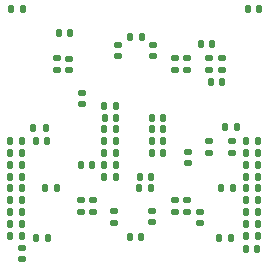
<source format=gbr>
%TF.GenerationSoftware,KiCad,Pcbnew,6.0.10-86aedd382b~118~ubuntu20.04.1*%
%TF.CreationDate,2023-03-05T00:00:34-08:00*%
%TF.ProjectId,ep2c35_trial,65703263-3335-45f7-9472-69616c2e6b69,rev?*%
%TF.SameCoordinates,Original*%
%TF.FileFunction,Paste,Bot*%
%TF.FilePolarity,Positive*%
%FSLAX46Y46*%
G04 Gerber Fmt 4.6, Leading zero omitted, Abs format (unit mm)*
G04 Created by KiCad (PCBNEW 6.0.10-86aedd382b~118~ubuntu20.04.1) date 2023-03-05 00:00:34*
%MOMM*%
%LPD*%
G01*
G04 APERTURE LIST*
G04 Aperture macros list*
%AMRoundRect*
0 Rectangle with rounded corners*
0 $1 Rounding radius*
0 $2 $3 $4 $5 $6 $7 $8 $9 X,Y pos of 4 corners*
0 Add a 4 corners polygon primitive as box body*
4,1,4,$2,$3,$4,$5,$6,$7,$8,$9,$2,$3,0*
0 Add four circle primitives for the rounded corners*
1,1,$1+$1,$2,$3*
1,1,$1+$1,$4,$5*
1,1,$1+$1,$6,$7*
1,1,$1+$1,$8,$9*
0 Add four rect primitives between the rounded corners*
20,1,$1+$1,$2,$3,$4,$5,0*
20,1,$1+$1,$4,$5,$6,$7,0*
20,1,$1+$1,$6,$7,$8,$9,0*
20,1,$1+$1,$8,$9,$2,$3,0*%
G04 Aperture macros list end*
%ADD10RoundRect,0.140000X-0.140000X-0.170000X0.140000X-0.170000X0.140000X0.170000X-0.140000X0.170000X0*%
%ADD11RoundRect,0.135000X0.135000X0.185000X-0.135000X0.185000X-0.135000X-0.185000X0.135000X-0.185000X0*%
%ADD12RoundRect,0.135000X-0.135000X-0.185000X0.135000X-0.185000X0.135000X0.185000X-0.135000X0.185000X0*%
%ADD13RoundRect,0.140000X0.170000X-0.140000X0.170000X0.140000X-0.170000X0.140000X-0.170000X-0.140000X0*%
%ADD14RoundRect,0.140000X0.140000X0.170000X-0.140000X0.170000X-0.140000X-0.170000X0.140000X-0.170000X0*%
%ADD15RoundRect,0.140000X-0.170000X0.140000X-0.170000X-0.140000X0.170000X-0.140000X0.170000X0.140000X0*%
%ADD16RoundRect,0.135000X-0.185000X0.135000X-0.185000X-0.135000X0.185000X-0.135000X0.185000X0.135000X0*%
G04 APERTURE END LIST*
D10*
%TO.C,C67*%
X154150000Y-70850000D03*
X155110000Y-70850000D03*
%TD*%
D11*
%TO.C,R24*%
X135020000Y-87000000D03*
X134000000Y-87000000D03*
%TD*%
%TO.C,R23*%
X135020000Y-88000000D03*
X134000000Y-88000000D03*
%TD*%
%TO.C,R30*%
X135000000Y-82000000D03*
X133980000Y-82000000D03*
%TD*%
D12*
%TO.C,R14*%
X153980000Y-86000000D03*
X155000000Y-86000000D03*
%TD*%
D13*
%TO.C,C70*%
X140150000Y-78850000D03*
X140150000Y-77890000D03*
%TD*%
D12*
%TO.C,R12*%
X153980000Y-84000000D03*
X155000000Y-84000000D03*
%TD*%
D14*
%TO.C,C46*%
X147000000Y-82000000D03*
X146040000Y-82000000D03*
%TD*%
D15*
%TO.C,C58*%
X146050000Y-87920000D03*
X146050000Y-88880000D03*
%TD*%
D14*
%TO.C,C68*%
X153200000Y-80800000D03*
X152240000Y-80800000D03*
%TD*%
D11*
%TO.C,R26*%
X135020000Y-85000000D03*
X134000000Y-85000000D03*
%TD*%
D14*
%TO.C,C39*%
X142970000Y-84000000D03*
X142010000Y-84000000D03*
%TD*%
%TO.C,C43*%
X142970000Y-85000000D03*
X142010000Y-85000000D03*
%TD*%
D10*
%TO.C,C57*%
X140000000Y-84000000D03*
X140960000Y-84000000D03*
%TD*%
D14*
%TO.C,C66*%
X139110000Y-72850000D03*
X138150000Y-72850000D03*
%TD*%
D12*
%TO.C,R20*%
X153980000Y-82000000D03*
X155000000Y-82000000D03*
%TD*%
D11*
%TO.C,R22*%
X135020000Y-89000000D03*
X134000000Y-89000000D03*
%TD*%
%TO.C,R28*%
X135020000Y-83000000D03*
X134000000Y-83000000D03*
%TD*%
%TO.C,R27*%
X135000000Y-84000000D03*
X133980000Y-84000000D03*
%TD*%
D15*
%TO.C,C31*%
X139000000Y-75040000D03*
X139000000Y-76000000D03*
%TD*%
D10*
%TO.C,C37*%
X142010000Y-81000000D03*
X142970000Y-81000000D03*
%TD*%
D14*
%TO.C,C62*%
X152000000Y-77000000D03*
X151040000Y-77000000D03*
%TD*%
%TO.C,C60*%
X135100000Y-70850000D03*
X134140000Y-70850000D03*
%TD*%
D13*
%TO.C,C50*%
X135000000Y-92000000D03*
X135000000Y-91040000D03*
%TD*%
D10*
%TO.C,C42*%
X142010000Y-82000000D03*
X142970000Y-82000000D03*
%TD*%
%TO.C,C61*%
X150190000Y-73800000D03*
X151150000Y-73800000D03*
%TD*%
D13*
%TO.C,C1*%
X149000000Y-75960000D03*
X149000000Y-75000000D03*
%TD*%
D14*
%TO.C,C45*%
X147000000Y-81000000D03*
X146040000Y-81000000D03*
%TD*%
%TO.C,C44*%
X147000000Y-80050000D03*
X146040000Y-80050000D03*
%TD*%
D15*
%TO.C,C36*%
X140000000Y-87000000D03*
X140000000Y-87960000D03*
%TD*%
D10*
%TO.C,C54*%
X137000000Y-85950000D03*
X137960000Y-85950000D03*
%TD*%
D13*
%TO.C,C59*%
X149050000Y-83850000D03*
X149050000Y-82890000D03*
%TD*%
D12*
%TO.C,R18*%
X153980000Y-90000000D03*
X155000000Y-90000000D03*
%TD*%
D15*
%TO.C,C55*%
X142850000Y-87950000D03*
X142850000Y-88910000D03*
%TD*%
D13*
%TO.C,C63*%
X143150000Y-74810000D03*
X143150000Y-73850000D03*
%TD*%
%TO.C,C64*%
X146150000Y-74830000D03*
X146150000Y-73870000D03*
%TD*%
D15*
%TO.C,C33*%
X148000000Y-87000000D03*
X148000000Y-87960000D03*
%TD*%
D10*
%TO.C,C53*%
X151920000Y-86000000D03*
X152880000Y-86000000D03*
%TD*%
D14*
%TO.C,C51*%
X154950000Y-91100000D03*
X153990000Y-91100000D03*
%TD*%
D13*
%TO.C,C2*%
X148000000Y-75950000D03*
X148000000Y-74990000D03*
%TD*%
D11*
%TO.C,R21*%
X135000000Y-90000000D03*
X133980000Y-90000000D03*
%TD*%
D10*
%TO.C,C40*%
X142020000Y-80000000D03*
X142980000Y-80000000D03*
%TD*%
D15*
%TO.C,C34*%
X149000000Y-87000000D03*
X149000000Y-87960000D03*
%TD*%
D12*
%TO.C,R17*%
X153980000Y-89000000D03*
X155000000Y-89000000D03*
%TD*%
%TO.C,R16*%
X153980000Y-88000000D03*
X155000000Y-88000000D03*
%TD*%
D16*
%TO.C,R5*%
X152850000Y-81980000D03*
X152850000Y-83000000D03*
%TD*%
D10*
%TO.C,C49*%
X144970000Y-86000000D03*
X145930000Y-86000000D03*
%TD*%
D12*
%TO.C,R11*%
X153980000Y-83000000D03*
X155000000Y-83000000D03*
%TD*%
D16*
%TO.C,R6*%
X150850000Y-81980000D03*
X150850000Y-83000000D03*
%TD*%
D12*
%TO.C,R2*%
X136000000Y-80850000D03*
X137020000Y-80850000D03*
%TD*%
D15*
%TO.C,C35*%
X141050000Y-87020000D03*
X141050000Y-87980000D03*
%TD*%
D13*
%TO.C,C3*%
X150900000Y-75960000D03*
X150900000Y-75000000D03*
%TD*%
D12*
%TO.C,R15*%
X153980000Y-87000000D03*
X155000000Y-87000000D03*
%TD*%
D10*
%TO.C,C69*%
X144150000Y-90100000D03*
X145110000Y-90100000D03*
%TD*%
D14*
%TO.C,C38*%
X142960000Y-79000000D03*
X142000000Y-79000000D03*
%TD*%
D13*
%TO.C,C4*%
X152000000Y-75960000D03*
X152000000Y-75000000D03*
%TD*%
D10*
%TO.C,C65*%
X144200000Y-73200000D03*
X145160000Y-73200000D03*
%TD*%
%TO.C,C56*%
X136190000Y-81950000D03*
X137150000Y-81950000D03*
%TD*%
D11*
%TO.C,R25*%
X135020000Y-86000000D03*
X134000000Y-86000000D03*
%TD*%
D12*
%TO.C,R19*%
X151730000Y-90200000D03*
X152750000Y-90200000D03*
%TD*%
D10*
%TO.C,C48*%
X145000000Y-85000000D03*
X145960000Y-85000000D03*
%TD*%
D12*
%TO.C,R13*%
X153980000Y-85000000D03*
X155000000Y-85000000D03*
%TD*%
D15*
%TO.C,C32*%
X138000000Y-75000000D03*
X138000000Y-75960000D03*
%TD*%
D14*
%TO.C,C47*%
X147000000Y-83000000D03*
X146040000Y-83000000D03*
%TD*%
D11*
%TO.C,R29*%
X137250000Y-90200000D03*
X136230000Y-90200000D03*
%TD*%
D13*
%TO.C,C52*%
X150100000Y-88960000D03*
X150100000Y-88000000D03*
%TD*%
D10*
%TO.C,C41*%
X142010000Y-83000000D03*
X142970000Y-83000000D03*
%TD*%
M02*

</source>
